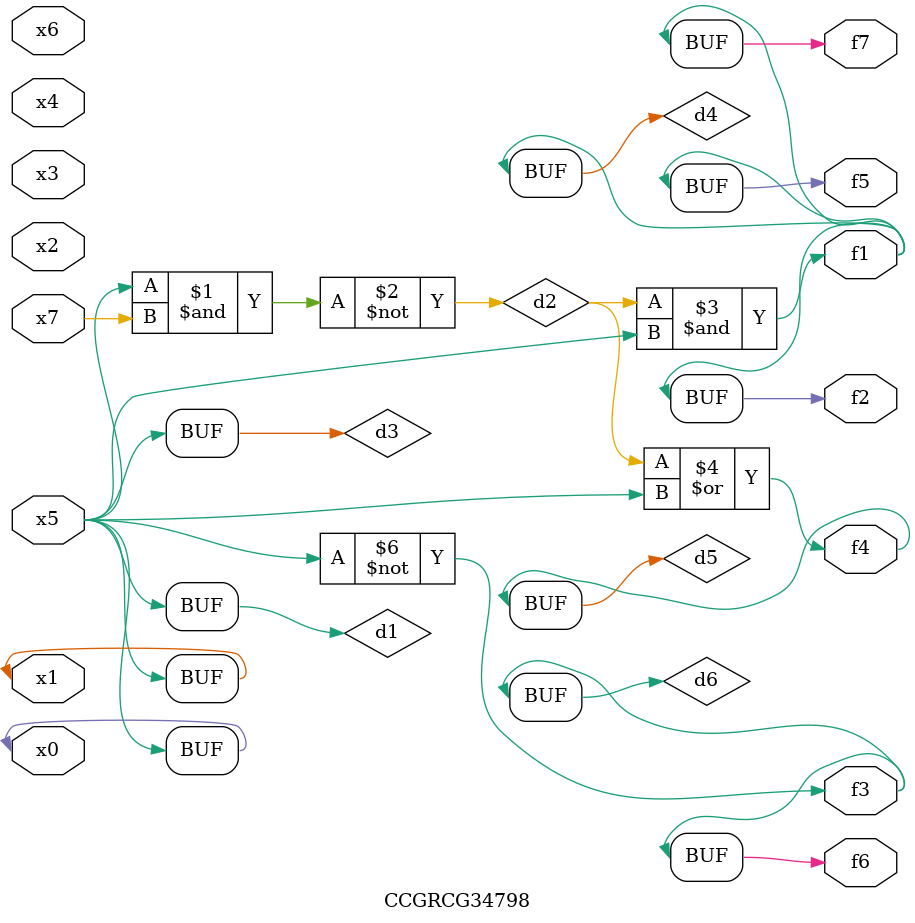
<source format=v>
module CCGRCG34798(
	input x0, x1, x2, x3, x4, x5, x6, x7,
	output f1, f2, f3, f4, f5, f6, f7
);

	wire d1, d2, d3, d4, d5, d6;

	buf (d1, x0, x5);
	nand (d2, x5, x7);
	buf (d3, x0, x1);
	and (d4, d2, d3);
	or (d5, d2, d3);
	nor (d6, d1, d3);
	assign f1 = d4;
	assign f2 = d4;
	assign f3 = d6;
	assign f4 = d5;
	assign f5 = d4;
	assign f6 = d6;
	assign f7 = d4;
endmodule

</source>
